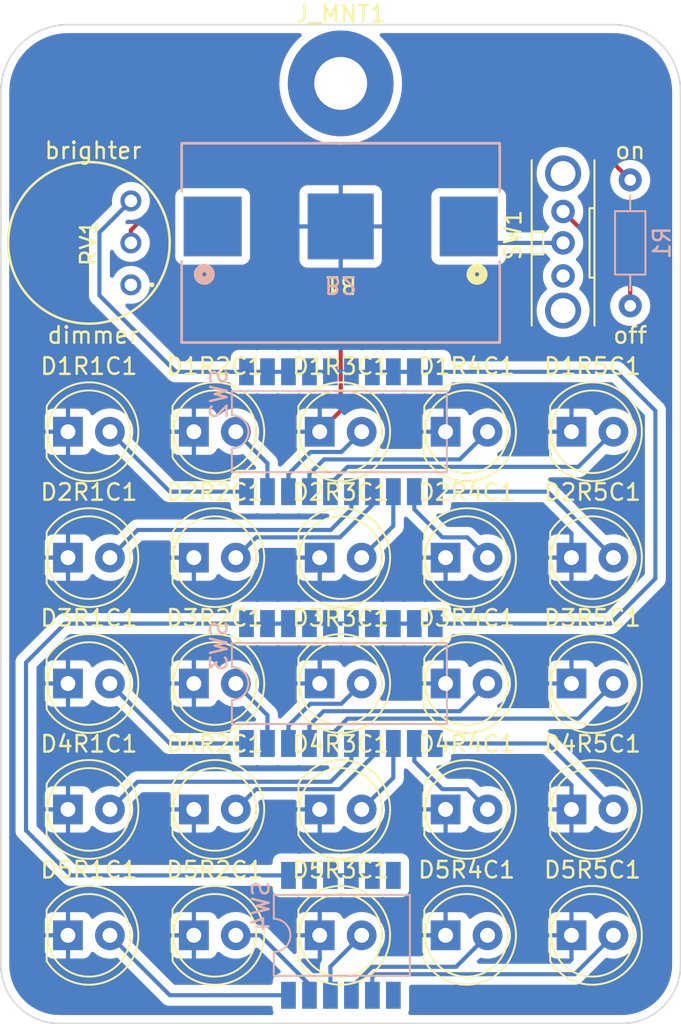
<source format=kicad_pcb>
(kicad_pcb (version 20211014) (generator pcbnew)
  (layers (0 "F.Cu" signal) (31 "B.Cu" signal) (34 "B.Paste" user) (35 "F.Paste" user) (36 "B.SilkS" user "B.Silkscreen") (37 "F.SilkS" user "F.Silkscreen") (38 "B.Mask" user) (39 "F.Mask" user) (44 "Edge.Cuts" user))
  (net 0 "")
  (net 1 "Net-(B1-Pad1)")
  (net 3 "GNDPWR")
  (net 4 "Net-(D1R1C1-Pad2)")
  (net 5 "Net-(D1R2C1-Pad2)")
  (net 6 "Net-(D1R3C1-Pad2)")
  (net 7 "Net-(D1R4C1-Pad2)")
  (net 8 "Net-(D1R5C1-Pad2)")
  (net 9 "Net-(D2R1C1-Pad2)")
  (net 10 "Net-(D2R2C1-Pad2)")
  (net 11 "Net-(D2R3C1-Pad2)")
  (net 12 "Net-(D2R4C1-Pad2)")
  (net 13 "Net-(D2R5C1-Pad2)")
  (net 14 "Net-(D3R1C1-Pad2)")
  (net 15 "Net-(D3R2C1-Pad2)")
  (net 16 "Net-(D3R3C1-Pad2)")
  (net 17 "Net-(D3R4C1-Pad2)")
  (net 18 "Net-(D3R5C1-Pad2)")
  (net 19 "Net-(D4R1C1-Pad2)")
  (net 20 "Net-(D4R2C1-Pad2)")
  (net 21 "Net-(D4R3C1-Pad2)")
  (net 22 "Net-(D4R4C1-Pad2)")
  (net 23 "Net-(D4R5C1-Pad2)")
  (net 24 "Net-(D5R1C1-Pad2)")
  (net 25 "Net-(D5R2C1-Pad2)")
  (net 26 "Net-(D5R3C1-Pad2)")
  (net 27 "Net-(D5R4C1-Pad2)")
  (net 28 "Net-(D5R5C1-Pad2)")
  (net 29 "+3V0")
  (net 30 "Net-(R1-Pad2)")
  (net 32 "Net-(RV1-Pad3)")
  (footprint "MountingHole:MountingHole_3.2mm_M3_Pad" (layer "F.Cu") (at 123.19 81.788)
    (fp_text reference "J_MNT1" (at 0 -4.2) (layer "F.SilkS"))
    (fp_text value "Conn_01x01_Female")
    (pad "1" thru_hole circle (at 0 0) (size 6.4 6.4) (drill 3.2) (layers *.Cu *.Mask))
  )
  (footprint "LED_THT:LED_D5.0mm" (layer "F.Cu") (at 121.92 118.11)
    (fp_text reference "D3R3C1" (at 1.27 -3.96) (layer "F.SilkS"))
    (fp_text value "LED")
    (fp_line (start -1.29 -1.545) (end -1.29 1.545) (layer "F.SilkS") (width 0.12))
    (fp_arc (start 4.26 -0.000462) (mid 2.072002 2.880433) (end -1.29 1.54483) (layer "F.SilkS") (width 0.12))
    (fp_arc (start -1.29 -1.54483) (mid 2.072002 -2.880433) (end 4.26 0.000462) (layer "F.SilkS") (width 0.12))
    (fp_circle (center 1.27 0) (end 3.77 0) (layer "F.SilkS") (width 0.12) (fill none))
    (pad "1" thru_hole rect (at 0 0) (size 1.8 1.8) (drill 0.9) (layers *.Cu *.Mask) (net 3 "GNDPWR"))
    (pad "2" thru_hole circle (at 2.54 0) (size 1.8 1.8) (drill 0.9) (layers *.Cu *.Mask) (net 16 "Net-(D3R3C1-Pad2)"))
  )
  (footprint "Custom_Footprints:S8201-46R_HRW" (layer "F.Cu") (at 123.19 91.44 180)
    (fp_text reference "B1" (at 0 -2.54 180 unlocked) (layer "F.SilkS"))
    (fp_text value "S8201-46R")
    (fp_line (start -9.6266 6.0325) (end 9.6266 6.0325) (layer "F.SilkS") (width 0.1524))
    (fp_line (start -9.6266 3.10667) (end -9.6266 6.0325) (layer "F.SilkS") (width 0.1524))
    (fp_line (start -9.6266 -6.0325) (end -9.6266 -1.117673) (layer "F.SilkS") (width 0.1524))
    (fp_line (start 9.6266 6.0325) (end 9.6266 3.10667) (layer "F.SilkS") (width 0.1524))
    (fp_line (start 9.6266 -1.117673) (end 9.6266 -6.0325) (layer "F.SilkS") (width 0.1524))
    (fp_line (start 9.6266 -6.0325) (end -9.6266 -6.0325) (layer "F.SilkS") (width 0.1524))
    (fp_circle (center -8.255 -1.905) (end -7.874 -1.905) (layer "F.SilkS") (width 0.508) (fill none))
    (pad "1" smd rect (at -7.75 0.994499 180) (size 3.5052 3.6068) (layers "F.Cu" "F.Paste" "F.Mask") (net 1 "Net-(B1-Pad1)"))
    (pad "2" smd rect (at 7.75 0.994499 180) (size 3.5052 3.6068) (layers "F.Cu" "F.Paste" "F.Mask"))
    (pad "3" smd rect (at 0 0.994499 180) (size 3.9878 3.9878) (layers "F.Cu" "F.Paste" "F.Mask") (net 3 "GNDPWR"))
  )
  (footprint "LED_THT:LED_D5.0mm" (layer "F.Cu") (at 114.3 133.35)
    (fp_text reference "D5R2C1" (at 1.27 -3.96) (layer "F.SilkS"))
    (fp_text value "LED")
    (fp_line (start -1.29 -1.545) (end -1.29 1.545) (layer "F.SilkS") (width 0.12))
    (fp_arc (start -1.29 -1.54483) (mid 2.072002 -2.880433) (end 4.26 0.000462) (layer "F.SilkS") (width 0.12))
    (fp_arc (start 4.26 -0.000462) (mid 2.072002 2.880433) (end -1.29 1.54483) (layer "F.SilkS") (width 0.12))
    (fp_circle (center 1.27 0) (end 3.77 0) (layer "F.SilkS") (width 0.12) (fill none))
    (pad "1" thru_hole rect (at 0 0) (size 1.8 1.8) (drill 0.9) (layers *.Cu *.Mask) (net 3 "GNDPWR"))
    (pad "2" thru_hole circle (at 2.54 0) (size 1.8 1.8) (drill 0.9) (layers *.Cu *.Mask) (net 25 "Net-(D5R2C1-Pad2)"))
  )
  (footprint "LED_THT:LED_D5.0mm" (layer "F.Cu") (at 121.92 125.73)
    (fp_text reference "D4R3C1" (at 1.27 -3.96) (layer "F.SilkS"))
    (fp_text value "LED")
    (fp_line (start -1.29 -1.545) (end -1.29 1.545) (layer "F.SilkS") (width 0.12))
    (fp_arc (start -1.29 -1.54483) (mid 2.072002 -2.880433) (end 4.26 0.000462) (layer "F.SilkS") (width 0.12))
    (fp_arc (start 4.26 -0.000462) (mid 2.072002 2.880433) (end -1.29 1.54483) (layer "F.SilkS") (width 0.12))
    (fp_circle (center 1.27 0) (end 3.77 0) (layer "F.SilkS") (width 0.12) (fill none))
    (pad "1" thru_hole rect (at 0 0) (size 1.8 1.8) (drill 0.9) (layers *.Cu *.Mask) (net 3 "GNDPWR"))
    (pad "2" thru_hole circle (at 2.54 0) (size 1.8 1.8) (drill 0.9) (layers *.Cu *.Mask) (net 21 "Net-(D4R3C1-Pad2)"))
  )
  (footprint "LED_THT:LED_D5.0mm" (layer "F.Cu") (at 106.68 118.11)
    (fp_text reference "D3R1C1" (at 1.27 -3.96) (layer "F.SilkS"))
    (fp_text value "LED")
    (fp_line (start -1.29 -1.545) (end -1.29 1.545) (layer "F.SilkS") (width 0.12))
    (fp_arc (start 4.26 -0.000462) (mid 2.072002 2.880433) (end -1.29 1.54483) (layer "F.SilkS") (width 0.12))
    (fp_arc (start -1.29 -1.54483) (mid 2.072002 -2.880433) (end 4.26 0.000462) (layer "F.SilkS") (width 0.12))
    (fp_circle (center 1.27 0) (end 3.77 0) (layer "F.SilkS") (width 0.12) (fill none))
    (pad "1" thru_hole rect (at 0 0) (size 1.8 1.8) (drill 0.9) (layers *.Cu *.Mask) (net 3 "GNDPWR"))
    (pad "2" thru_hole circle (at 2.54 0) (size 1.8 1.8) (drill 0.9) (layers *.Cu *.Mask) (net 14 "Net-(D3R1C1-Pad2)"))
  )
  (footprint "LED_THT:LED_D5.0mm" (layer "F.Cu") (at 106.68 102.87)
    (fp_text reference "D1R1C1" (at 1.27 -3.96) (layer "F.SilkS"))
    (fp_text value "LED")
    (fp_line (start -1.29 -1.545) (end -1.29 1.545) (layer "F.SilkS") (width 0.12))
    (fp_arc (start 4.26 -0.000462) (mid 2.072002 2.880433) (end -1.29 1.54483) (layer "F.SilkS") (width 0.12))
    (fp_arc (start -1.29 -1.54483) (mid 2.072002 -2.880433) (end 4.26 0.000462) (layer "F.SilkS") (width 0.12))
    (fp_circle (center 1.27 0) (end 3.77 0) (layer "F.SilkS") (width 0.12) (fill none))
    (pad "1" thru_hole rect (at 0 0) (size 1.8 1.8) (drill 0.9) (layers *.Cu *.Mask) (net 3 "GNDPWR"))
    (pad "2" thru_hole circle (at 2.54 0) (size 1.8 1.8) (drill 0.9) (layers *.Cu *.Mask) (net 4 "Net-(D1R1C1-Pad2)"))
  )
  (footprint "LED_THT:LED_D5.0mm" (layer "F.Cu") (at 114.3 125.73)
    (fp_text reference "D4R2C1" (at 1.27 -3.96) (layer "F.SilkS"))
    (fp_text value "LED")
    (fp_line (start -1.29 -1.545) (end -1.29 1.545) (layer "F.SilkS") (width 0.12))
    (fp_arc (start 4.26 -0.000462) (mid 2.072002 2.880433) (end -1.29 1.54483) (layer "F.SilkS") (width 0.12))
    (fp_arc (start -1.29 -1.54483) (mid 2.072002 -2.880433) (end 4.26 0.000462) (layer "F.SilkS") (width 0.12))
    (fp_circle (center 1.27 0) (end 3.77 0) (layer "F.SilkS") (width 0.12) (fill none))
    (pad "1" thru_hole rect (at 0 0) (size 1.8 1.8) (drill 0.9) (layers *.Cu *.Mask) (net 3 "GNDPWR"))
    (pad "2" thru_hole circle (at 2.54 0) (size 1.8 1.8) (drill 0.9) (layers *.Cu *.Mask) (net 20 "Net-(D4R2C1-Pad2)"))
  )
  (footprint "LED_THT:LED_D5.0mm" (layer "F.Cu") (at 114.3 102.87)
    (fp_text reference "D1R2C1" (at 1.27 -3.96) (layer "F.SilkS"))
    (fp_text value "LED")
    (fp_line (start -1.29 -1.545) (end -1.29 1.545) (layer "F.SilkS") (width 0.12))
    (fp_arc (start -1.29 -1.54483) (mid 2.072002 -2.880433) (end 4.26 0.000462) (layer "F.SilkS") (width 0.12))
    (fp_arc (start 4.26 -0.000462) (mid 2.072002 2.880433) (end -1.29 1.54483) (layer "F.SilkS") (width 0.12))
    (fp_circle (center 1.27 0) (end 3.77 0) (layer "F.SilkS") (width 0.12) (fill none))
    (pad "1" thru_hole rect (at 0 0) (size 1.8 1.8) (drill 0.9) (layers *.Cu *.Mask) (net 3 "GNDPWR"))
    (pad "2" thru_hole circle (at 2.54 0) (size 1.8 1.8) (drill 0.9) (layers *.Cu *.Mask) (net 5 "Net-(D1R2C1-Pad2)"))
  )
  (footprint "LED_THT:LED_D5.0mm" (layer "F.Cu") (at 137.16 102.87)
    (fp_text reference "D1R5C1" (at 1.27 -3.96) (layer "F.SilkS"))
    (fp_text value "LED")
    (fp_line (start -1.29 -1.545) (end -1.29 1.545) (layer "F.SilkS") (width 0.12))
    (fp_arc (start -1.29 -1.54483) (mid 2.072002 -2.880433) (end 4.26 0.000462) (layer "F.SilkS") (width 0.12))
    (fp_arc (start 4.26 -0.000462) (mid 2.072002 2.880433) (end -1.29 1.54483) (layer "F.SilkS") (width 0.12))
    (fp_circle (center 1.27 0) (end 3.77 0) (layer "F.SilkS") (width 0.12) (fill none))
    (pad "1" thru_hole rect (at 0 0) (size 1.8 1.8) (drill 0.9) (layers *.Cu *.Mask) (net 3 "GNDPWR"))
    (pad "2" thru_hole circle (at 2.54 0) (size 1.8 1.8) (drill 0.9) (layers *.Cu *.Mask) (net 8 "Net-(D1R5C1-Pad2)"))
  )
  (footprint "LED_THT:LED_D5.0mm" (layer "F.Cu") (at 121.92 110.49)
    (fp_text reference "D2R3C1" (at 1.27 -3.96) (layer "F.SilkS"))
    (fp_text value "LED")
    (fp_line (start -1.29 -1.545) (end -1.29 1.545) (layer "F.SilkS") (width 0.12))
    (fp_arc (start 4.26 -0.000462) (mid 2.072002 2.880433) (end -1.29 1.54483) (layer "F.SilkS") (width 0.12))
    (fp_arc (start -1.29 -1.54483) (mid 2.072002 -2.880433) (end 4.26 0.000462) (layer "F.SilkS") (width 0.12))
    (fp_circle (center 1.27 0) (end 3.77 0) (layer "F.SilkS") (width 0.12) (fill none))
    (pad "1" thru_hole rect (at 0 0) (size 1.8 1.8) (drill 0.9) (layers *.Cu *.Mask) (net 3 "GNDPWR"))
    (pad "2" thru_hole circle (at 2.54 0) (size 1.8 1.8) (drill 0.9) (layers *.Cu *.Mask) (net 11 "Net-(D2R3C1-Pad2)"))
  )
  (footprint "LED_THT:LED_D5.0mm" (layer "F.Cu") (at 114.3 118.11)
    (fp_text reference "D3R2C1" (at 1.27 -3.96) (layer "F.SilkS"))
    (fp_text value "LED")
    (fp_line (start -1.29 -1.545) (end -1.29 1.545) (layer "F.SilkS") (width 0.12))
    (fp_arc (start -1.29 -1.54483) (mid 2.072002 -2.880433) (end 4.26 0.000462) (layer "F.SilkS") (width 0.12))
    (fp_arc (start 4.26 -0.000462) (mid 2.072002 2.880433) (end -1.29 1.54483) (layer "F.SilkS") (width 0.12))
    (fp_circle (center 1.27 0) (end 3.77 0) (layer "F.SilkS") (width 0.12) (fill none))
    (pad "1" thru_hole rect (at 0 0) (size 1.8 1.8) (drill 0.9) (layers *.Cu *.Mask) (net 3 "GNDPWR"))
    (pad "2" thru_hole circle (at 2.54 0) (size 1.8 1.8) (drill 0.9) (layers *.Cu *.Mask) (net 15 "Net-(D3R2C1-Pad2)"))
  )
  (footprint "LED_THT:LED_D5.0mm" (layer "F.Cu") (at 121.92 102.87)
    (fp_text reference "D1R3C1" (at 1.27 -3.96) (layer "F.SilkS"))
    (fp_text value "LED")
    (fp_line (start -1.29 -1.545) (end -1.29 1.545) (layer "F.SilkS") (width 0.12))
    (fp_arc (start 4.26 -0.000462) (mid 2.072002 2.880433) (end -1.29 1.54483) (layer "F.SilkS") (width 0.12))
    (fp_arc (start -1.29 -1.54483) (mid 2.072002 -2.880433) (end 4.26 0.000462) (layer "F.SilkS") (width 0.12))
    (fp_circle (center 1.27 0) (end 3.77 0) (layer "F.SilkS") (width 0.12) (fill none))
    (pad "1" thru_hole rect (at 0 0) (size 1.8 1.8) (drill 0.9) (layers *.Cu *.Mask) (net 3 "GNDPWR"))
    (pad "2" thru_hole circle (at 2.54 0) (size 1.8 1.8) (drill 0.9) (layers *.Cu *.Mask) (net 6 "Net-(D1R3C1-Pad2)"))
  )
  (footprint "LED_THT:LED_D5.0mm" (layer "F.Cu") (at 129.54 110.49)
    (fp_text reference "D2R4C1" (at 1.27 -3.96) (layer "F.SilkS"))
    (fp_text value "LED")
    (fp_line (start -1.29 -1.545) (end -1.29 1.545) (layer "F.SilkS") (width 0.12))
    (fp_arc (start 4.26 -0.000462) (mid 2.072002 2.880433) (end -1.29 1.54483) (layer "F.SilkS") (width 0.12))
    (fp_arc (start -1.29 -1.54483) (mid 2.072002 -2.880433) (end 4.26 0.000462) (layer "F.SilkS") (width 0.12))
    (fp_circle (center 1.27 0) (end 3.77 0) (layer "F.SilkS") (width 0.12) (fill none))
    (pad "1" thru_hole rect (at 0 0) (size 1.8 1.8) (drill 0.9) (layers *.Cu *.Mask) (net 3 "GNDPWR"))
    (pad "2" thru_hole circle (at 2.54 0) (size 1.8 1.8) (drill 0.9) (layers *.Cu *.Mask) (net 12 "Net-(D2R4C1-Pad2)"))
  )
  (footprint "Custom_Footprints:RES3_91A_TTE" (layer "F.Cu") (at 110.49 93.98 90)
    (fp_text reference "RV1" (at 2.54 -2.54 90 unlocked) (layer "F.SilkS"))
    (fp_text value "25k")
    (fp_circle (center 2.54 -2.54) (end 7.4295 -2.54) (layer "F.SilkS") (width 0.1524) (fill none))
    (fp_circle (center 0 1.27) (end 0.0762 1.27) (layer "F.SilkS") (width 0.1524) (fill none))
    (pad "1" thru_hole circle (at 0 0 90) (size 1.27 1.27) (drill 0.762) (layers *.Cu *.Mask))
    (pad "2" thru_hole circle (at 2.54 0 90) (size 1.27 1.27) (drill 0.762) (layers *.Cu *.Mask) (net 30 "Net-(R1-Pad2)"))
    (pad "3" thru_hole circle (at 5.08 0 90) (size 1.27 1.27) (drill 0.762) (layers *.Cu *.Mask) (net 32 "Net-(RV1-Pad3)"))
  )
  (footprint "LED_THT:LED_D5.0mm" (layer "F.Cu") (at 137.16 133.35)
    (fp_text reference "D5R5C1" (at 1.27 -3.96) (layer "F.SilkS"))
    (fp_text value "LED")
    (fp_line (start -1.29 -1.545) (end -1.29 1.545) (layer "F.SilkS") (width 0.12))
    (fp_arc (start -1.29 -1.54483) (mid 2.072002 -2.880433) (end 4.26 0.000462) (layer "F.SilkS") (width 0.12))
    (fp_arc (start 4.26 -0.000462) (mid 2.072002 2.880433) (end -1.29 1.54483) (layer "F.SilkS") (width 0.12))
    (fp_circle (center 1.27 0) (end 3.77 0) (layer "F.SilkS") (width 0.12) (fill none))
    (pad "1" thru_hole rect (at 0 0) (size 1.8 1.8) (drill 0.9) (layers *.Cu *.Mask) (net 3 "GNDPWR"))
    (pad "2" thru_hole circle (at 2.54 0) (size 1.8 1.8) (drill 0.9) (layers *.Cu *.Mask) (net 28 "Net-(D5R5C1-Pad2)"))
  )
  (footprint "LED_THT:LED_D5.0mm" (layer "F.Cu") (at 137.16 125.73)
    (fp_text reference "D4R5C1" (at 1.27 -3.96) (layer "F.SilkS"))
    (fp_text value "LED")
    (fp_line (start -1.29 -1.545) (end -1.29 1.545) (layer "F.SilkS") (width 0.12))
    (fp_arc (start 4.26 -0.000462) (mid 2.072002 2.880433) (end -1.29 1.54483) (layer "F.SilkS") (width 0.12))
    (fp_arc (start -1.29 -1.54483) (mid 2.072002 -2.880433) (end 4.26 0.000462) (layer "F.SilkS") (width 0.12))
    (fp_circle (center 1.27 0) (end 3.77 0) (layer "F.SilkS") (width 0.12) (fill none))
    (pad "1" thru_hole rect (at 0 0) (size 1.8 1.8) (drill 0.9) (layers *.Cu *.Mask) (net 3 "GNDPWR"))
    (pad "2" thru_hole circle (at 2.54 0) (size 1.8 1.8) (drill 0.9) (layers *.Cu *.Mask) (net 23 "Net-(D4R5C1-Pad2)"))
  )
  (footprint "LED_THT:LED_D5.0mm" (layer "F.Cu") (at 137.16 110.49)
    (fp_text reference "D2R5C1" (at 1.27 -3.96) (layer "F.SilkS"))
    (fp_text value "LED")
    (fp_line (start -1.29 -1.545) (end -1.29 1.545) (layer "F.SilkS") (width 0.12))
    (fp_arc (start 4.26 -0.000462) (mid 2.072002 2.880433) (end -1.29 1.54483) (layer "F.SilkS") (width 0.12))
    (fp_arc (start -1.29 -1.54483) (mid 2.072002 -2.880433) (end 4.26 0.000462) (layer "F.SilkS") (width 0.12))
    (fp_circle (center 1.27 0) (end 3.77 0) (layer "F.SilkS") (width 0.12) (fill none))
    (pad "1" thru_hole rect (at 0 0) (size 1.8 1.8) (drill 0.9) (layers *.Cu *.Mask) (net 3 "GNDPWR"))
    (pad "2" thru_hole circle (at 2.54 0) (size 1.8 1.8) (drill 0.9) (layers *.Cu *.Mask) (net 13 "Net-(D2R5C1-Pad2)"))
  )
  (footprint "LED_THT:LED_D5.0mm" (layer "F.Cu") (at 106.68 110.49)
    (fp_text reference "D2R1C1" (at 1.27 -3.96) (layer "F.SilkS"))
    (fp_text value "LED")
    (fp_line (start -1.29 -1.545) (end -1.29 1.545) (layer "F.SilkS") (width 0.12))
    (fp_arc (start -1.29 -1.54483) (mid 2.072002 -2.880433) (end 4.26 0.000462) (layer "F.SilkS") (width 0.12))
    (fp_arc (start 4.26 -0.000462) (mid 2.072002 2.880433) (end -1.29 1.54483) (layer "F.SilkS") (width 0.12))
    (fp_circle (center 1.27 0) (end 3.77 0) (layer "F.SilkS") (width 0.12) (fill none))
    (pad "1" thru_hole rect (at 0 0) (size 1.8 1.8) (drill 0.9) (layers *.Cu *.Mask) (net 3 "GNDPWR"))
    (pad "2" thru_hole circle (at 2.54 0) (size 1.8 1.8) (drill 0.9) (layers *.Cu *.Mask) (net 9 "Net-(D2R1C1-Pad2)"))
  )
  (footprint "LED_THT:LED_D5.0mm" (layer "F.Cu") (at 121.92 133.35)
    (fp_text reference "D5R3C1" (at 1.27 -3.96) (layer "F.SilkS"))
    (fp_text value "LED")
    (fp_line (start -1.29 -1.545) (end -1.29 1.545) (layer "F.SilkS") (width 0.12))
    (fp_arc (start 4.26 -0.000462) (mid 2.072002 2.880433) (end -1.29 1.54483) (layer "F.SilkS") (width 0.12))
    (fp_arc (start -1.29 -1.54483) (mid 2.072002 -2.880433) (end 4.26 0.000462) (layer "F.SilkS") (width 0.12))
    (fp_circle (center 1.27 0) (end 3.77 0) (layer "F.SilkS") (width 0.12) (fill none))
    (pad "1" thru_hole rect (at 0 0) (size 1.8 1.8) (drill 0.9) (layers *.Cu *.Mask) (net 3 "GNDPWR"))
    (pad "2" thru_hole circle (at 2.54 0) (size 1.8 1.8) (drill 0.9) (layers *.Cu *.Mask) (net 26 "Net-(D5R3C1-Pad2)"))
  )
  (footprint "LED_THT:LED_D5.0mm" (layer "F.Cu") (at 129.54 118.11)
    (fp_text reference "D3R4C1" (at 1.27 -3.96) (layer "F.SilkS"))
    (fp_text value "LED")
    (fp_line (start -1.29 -1.545) (end -1.29 1.545) (layer "F.SilkS") (width 0.12))
    (fp_arc (start 4.26 -0.000462) (mid 2.072002 2.880433) (end -1.29 1.54483) (layer "F.SilkS") (width 0.12))
    (fp_arc (start -1.29 -1.54483) (mid 2.072002 -2.880433) (end 4.26 0.000462) (layer "F.SilkS") (width 0.12))
    (fp_circle (center 1.27 0) (end 3.77 0) (layer "F.SilkS") (width 0.12) (fill none))
    (pad "1" thru_hole rect (at 0 0) (size 1.8 1.8) (drill 0.9) (layers *.Cu *.Mask) (net 3 "GNDPWR"))
    (pad "2" thru_hole circle (at 2.54 0) (size 1.8 1.8) (drill 0.9) (layers *.Cu *.Mask) (net 17 "Net-(D3R4C1-Pad2)"))
  )
  (footprint "LED_THT:LED_D5.0mm" (layer "F.Cu") (at 129.54 102.87)
    (fp_text reference "D1R4C1" (at 1.27 -3.96) (layer "F.SilkS"))
    (fp_text value "LED")
    (fp_line (start -1.29 -1.545) (end -1.29 1.545) (layer "F.SilkS") (width 0.12))
    (fp_arc (start 4.26 -0.000462) (mid 2.072002 2.880433) (end -1.29 1.54483) (layer "F.SilkS") (width 0.12))
    (fp_arc (start -1.29 -1.54483) (mid 2.072002 -2.880433) (end 4.26 0.000462) (layer "F.SilkS") (width 0.12))
    (fp_circle (center 1.27 0) (end 3.77 0) (layer "F.SilkS") (width 0.12) (fill none))
    (pad "1" thru_hole rect (at 0 0) (size 1.8 1.8) (drill 0.9) (layers *.Cu *.Mask) (net 3 "GNDPWR"))
    (pad "2" thru_hole circle (at 2.54 0) (size 1.8 1.8) (drill 0.9) (layers *.Cu *.Mask) (net 7 "Net-(D1R4C1-Pad2)"))
  )
  (footprint "LED_THT:LED_D5.0mm" (layer "F.Cu") (at 106.68 125.73)
    (fp_text reference "D4R1C1" (at 1.27 -3.96) (layer "F.SilkS"))
    (fp_text value "LED")
    (fp_line (start -1.29 -1.545) (end -1.29 1.545) (layer "F.SilkS") (width 0.12))
    (fp_arc (start -1.29 -1.54483) (mid 2.072002 -2.880433) (end 4.26 0.000462) (layer "F.SilkS") (width 0.12))
    (fp_arc (start 4.26 -0.000462) (mid 2.072002 2.880433) (end -1.29 1.54483) (layer "F.SilkS") (width 0.12))
    (fp_circle (center 1.27 0) (end 3.77 0) (layer "F.SilkS") (width 0.12) (fill none))
    (pad "1" thru_hole rect (at 0 0) (size 1.8 1.8) (drill 0.9) (layers *.Cu *.Mask) (net 3 "GNDPWR"))
    (pad "2" thru_hole circle (at 2.54 0) (size 1.8 1.8) (drill 0.9) (layers *.Cu *.Mask) (net 19 "Net-(D4R1C1-Pad2)"))
  )
  (footprint "LED_THT:LED_D5.0mm" (layer "F.Cu") (at 129.54 125.73)
    (fp_text reference "D4R4C1" (at 1.27 -3.96) (layer "F.SilkS"))
    (fp_text value "LED")
    (fp_line (start -1.29 -1.545) (end -1.29 1.545) (layer "F.SilkS") (width 0.12))
    (fp_arc (start -1.29 -1.54483) (mid 2.072002 -2.880433) (end 4.26 0.000462) (layer "F.SilkS") (width 0.12))
    (fp_arc (start 4.26 -0.000462) (mid 2.072002 2.880433) (end -1.29 1.54483) (layer "F.SilkS") (width 0.12))
    (fp_circle (center 1.27 0) (end 3.77 0) (layer "F.SilkS") (width 0.12) (fill none))
    (pad "1" thru_hole rect (at 0 0) (size 1.8 1.8) (drill 0.9) (layers *.Cu *.Mask) (net 3 "GNDPWR"))
    (pad "2" thru_hole circle (at 2.54 0) (size 1.8 1.8) (drill 0.9) (layers *.Cu *.Mask) (net 22 "Net-(D4R4C1-Pad2)"))
  )
  (footprint "LED_THT:LED_D5.0mm" (layer "F.Cu") (at 137.16 118.11)
    (fp_text reference "D3R5C1" (at 1.27 -3.96) (layer "F.SilkS"))
    (fp_text value "LED")
    (fp_line (start -1.29 -1.545) (end -1.29 1.545) (layer "F.SilkS") (width 0.12))
    (fp_arc (start 4.26 -0.000462) (mid 2.072002 2.880433) (end -1.29 1.54483) (layer "F.SilkS") (width 0.12))
    (fp_arc (start -1.29 -1.54483) (mid 2.072002 -2.880433) (end 4.26 0.000462) (layer "F.SilkS") (width 0.12))
    (fp_circle (center 1.27 0) (end 3.77 0) (layer "F.SilkS") (width 0.12) (fill none))
    (pad "1" thru_hole rect (at 0 0) (size 1.8 1.8) (drill 0.9) (layers *.Cu *.Mask) (net 3 "GNDPWR"))
    (pad "2" thru_hole circle (at 2.54 0) (size 1.8 1.8) (drill 0.9) (layers *.Cu *.Mask) (net 18 "Net-(D3R5C1-Pad2)"))
  )
  (footprint "LED_THT:LED_D5.0mm" (layer "F.Cu") (at 129.54 133.35)
    (fp_text reference "D5R4C1" (at 1.27 -3.96) (layer "F.SilkS"))
    (fp_text value "LED")
    (fp_line (start -1.29 -1.545) (end -1.29 1.545) (layer "F.SilkS") (width 0.12))
    (fp_arc (start -1.29 -1.54483) (mid 2.072002 -2.880433) (end 4.26 0.000462) (layer "F.SilkS") (width 0.12))
    (fp_arc (start 4.26 -0.000462) (mid 2.072002 2.880433) (end -1.29 1.54483) (layer "F.SilkS") (width 0.12))
    (fp_circle (center 1.27 0) (end 3.77 0) (layer "F.SilkS") (width 0.12) (fill none))
    (pad "1" thru_hole rect (at 0 0) (size 1.8 1.8) (drill 0.9) (layers *.Cu *.Mask) (net 3 "GNDPWR"))
    (pad "2" thru_hole circle (at 2.54 0) (size 1.8 1.8) (drill 0.9) (layers *.Cu *.Mask) (net 27 "Net-(D5R4C1-Pad2)"))
  )
  (footprint "Custom_Footprints:OS102011MA1Q" (layer "F.Cu") (at 136.652 91.44 90)
    (fp_text reference "SW1" (at 0.475 -3.035 90) (layer "F.SilkS"))
    (fp_text value "SW_SPDT")
    (fp_line (start 2.1 1.6) (end 2.1 1.9) (layer "F.SilkS") (width 0.127))
    (fp_line (start -0.7 -1.2) (end 0.7 -1.2) (layer "F.SilkS") (width 0.127))
    (fp_line (start 0.7 -1.9) (end 5 -1.9) (layer "F.SilkS") (width 0.127))
    (fp_line (start -0.7 -1.9) (end 0.7 -1.9) (layer "F.SilkS") (width 0.127))
    (fp_line (start -2.1 1.9) (end -2.1 1.6) (layer "F.SilkS") (width 0.127))
    (fp_line (start 0.7 -1.2) (end 0.7 -1.9) (layer "F.SilkS") (width 0.127))
    (fp_line (start -0.7 -1.9) (end -0.7 -1.2) (layer "F.SilkS") (width 0.127))
    (fp_line (start 1 1.9) (end -1 1.9) (layer "F.SilkS") (width 0.127))
    (fp_line (start -2.1 1.6) (end 2.1 1.6) (layer "F.SilkS") (width 0.127))
    (fp_line (start -2.1 1.9) (end -5 1.9) (layer "F.SilkS") (width 0.127))
    (fp_line (start -1 1.9) (end -2.1 1.9) (layer "F.SilkS") (width 0.127))
    (fp_line (start -5 -1.9) (end -0.7 -1.9) (layer "F.SilkS") (width 0.127))
    (fp_line (start 5 1.9) (end 2.1 1.9) (layer "F.SilkS") (width 0.127))
    (fp_line (start 2.1 1.9) (end 1 1.9) (layer "F.SilkS") (width 0.127))
    (pad "1" thru_hole circle (at -2 0 90) (size 1.4224 1.4224) (drill 0.8) (layers *.Cu *.Mask))
    (pad "2" thru_hole circle (at 0 0 90) (size 1.4224 1.4224) (drill 0.8) (layers *.Cu *.Mask) (net 1 "Net-(B1-Pad1)"))
    (pad "3" thru_hole circle (at 1.9 0 90) (size 1.4224 1.4224) (drill 0.8) (layers *.Cu *.Mask) (net 29 "+3V0"))
    (pad "MT1" thru_hole circle (at -4.1 0 90) (size 2.1844 2.1844) (drill 1.5) (layers *.Cu *.Mask))
    (pad "MT2" thru_hole circle (at 4.2 0 90) (size 2.1844 2.1844) (drill 1.5) (layers *.Cu *.Mask))
  )
  (footprint "LED_THT:LED_D5.0mm" (layer "F.Cu") (at 106.68 133.35)
    (fp_text reference "D5R1C1" (at 1.27 -3.96) (layer "F.SilkS"))
    (fp_text value "LED")
    (fp_line (start -1.29 -1.545) (end -1.29 1.545) (layer "F.SilkS") (width 0.12))
    (fp_arc (start 4.26 -0.000462) (mid 2.072002 2.880433) (end -1.29 1.54483) (layer "F.SilkS") (width 0.12))
    (fp_arc (start -1.29 -1.54483) (mid 2.072002 -2.880433) (end 4.26 0.000462) (layer "F.SilkS") (width 0.12))
    (fp_circle (center 1.27 0) (end 3.77 0) (layer "F.SilkS") (width 0.12) (fill none))
    (pad "1" thru_hole rect (at 0 0) (size 1.8 1.8) (drill 0.9) (layers *.Cu *.Mask) (net 3 "GNDPWR"))
    (pad "2" thru_hole circle (at 2.54 0) (size 1.8 1.8) (drill 0.9) (layers *.Cu *.Mask) (net 24 "Net-(D5R1C1-Pad2)"))
  )
  (footprint "LED_THT:LED_D5.0mm" (layer "F.Cu") (at 114.3 110.49)
    (fp_text reference "D2R2C1" (at 1.27 -3.96) (layer "F.SilkS"))
    (fp_text value "LED")
    (fp_line (start -1.29 -1.545) (end -1.29 1.545) (layer "F.SilkS") (width 0.12))
    (fp_arc (start -1.29 -1.54483) (mid 2.072002 -2.880433) (end 4.26 0.000462) (layer "F.SilkS") (width 0.12))
    (fp_arc (start 4.26 -0.000462) (mid 2.072002 2.880433) (end -1.29 1.54483) (layer "F.SilkS") (width 0.12))
    (fp_circle (center 1.27 0) (end 3.77 0) (layer "F.SilkS") (width 0.12) (fill none))
    (pad "1" thru_hole rect (at 0 0) (size 1.8 1.8) (drill 0.9) (layers *.Cu *.Mask) (net 3 "GNDPWR"))
    (pad "2" thru_hole circle (at 2.54 0) (size 1.8 1.8) (drill 0.9) (layers *.Cu *.Mask) (net 10 "Net-(D2R2C1-Pad2)"))
  )
  (footprint "Custom_Footprints:S8201-46R_HRW" (layer "B.Cu") (at 123.19 91.44)
    (fp_text reference "B2" (at 0 2.54 180 unlocked) (layer "B.SilkS") (effects (justify mirror)))
    (fp_text value "S8201-46R")
    (fp_line (start -9.6266 6.0325) (end -9.6266 1.117673) (layer "B.SilkS") (width 0.1524))
    (fp_line (start -9.6266 -6.0325) (end 9.6266 -6.0325) (layer "B.SilkS") (width 0.1524))
    (fp_line (start -9.6266 -3.10667) (end -9.6266 -6.0325) (layer "B.SilkS") (width 0.1524))
    (fp_line (start 9.6266 1.117673) (end 9.6266 6.0325) (layer "B.SilkS") (width 0.1524))
    (fp_line (start 9.6266 6.0325) (end -9.6266 6.0325) (layer "B.SilkS") (width 0.1524))
    (fp_line (start 9.6266 -6.0325) (end 9.6266 -3.10667) (layer "B.SilkS") (width 0.1524))
    (fp_circle (center -8.255 1.905) (end -7.874 1.905) (layer "B.SilkS") (width 0.508) (fill none))
    (pad "1" smd rect (at -7.75 -0.994499) (size 3.5052 3.6068) (layers "B.Cu" "B.Paste" "B.Mask"))
    (pad "2" smd rect (at 7.75 -0.994499) (size 3.5052 3.6068) (layers "B.Cu" "B.Paste" "B.Mask") (net 1 "Net-(B1-Pad1)"))
    (pad "3" smd rect (at 0 -0.994499) (size 3.9878 3.9878) (layers "B.Cu" "B.Paste" "B.Mask") (net 3 "GNDPWR"))
  )
  (footprint "Custom_Footprints:SMDIP-20_halfpitch_W7.62mm" (layer "B.Cu") (at 123.19 118.11 -90)
    (fp_text reference "SW3" (at -2.286 7.366 90) (layer "B.SilkS") (effects (justify mirror)))
    (fp_text value "SW_DIP_x10")
    (fp_line (start -2.45 6.588) (end -2.45 -6.426) (layer "B.SilkS") (width 0.12))
    (fp_line (start -2.45 -6.426) (end 2.45 -6.426) (layer "B.SilkS") (width 0.12))
    (fp_line (start 2.45 -6.426) (end 2.45 6.588) (layer "B.SilkS") (width 0.12))
    (fp_line (start 2.45 6.588) (end 1 6.588) (layer "B.SilkS") (width 0.12))
    (fp_line (start -1 6.588) (end -2.45 6.588) (layer "B.SilkS") (width 0.12))
    (fp_arc (start -1 6.588) (mid 0 5.588) (end 1 6.588) (layer "B.SilkS") (width 0.12))
    (pad "1" smd rect (at -3.6275 5.703 270) (size 1.635 0.89) (layers "B.Cu" "B.Paste" "B.Mask") (net 32 "Net-(RV1-Pad3)"))
    (pad "2" smd rect (at -3.6275 4.433 270) (size 1.635 0.89) (layers "B.Cu" "B.Paste" "B.Mask") (net 32 "Net-(RV1-Pad3)"))
    (pad "3" smd rect (at -3.6275 3.163 270) (size 1.635 0.89) (layers "B.Cu" "B.Paste" "B.Mask") (net 32 "Net-(RV1-Pad3)"))
    (pad "4" smd rect (at -3.6275 1.893 270) (size 1.635 0.89) (layers "B.Cu" "B.Paste" "B.Mask") (net 32 "Net-(RV1-Pad3)"))
    (pad "5" smd rect (at -3.6275 0.623 270) (size 1.635 0.89) (layers "B.Cu" "B.Paste" "B.Mask") (net 32 "Net-(RV1-Pad3)"))
    (pad "6" smd rect (at -3.6275 -0.647 270) (size 1.635 0.89) (layers "B.Cu" "B.Paste" "B.Mask") (net 32 "Net-(RV1-Pad3)"))
    (pad "7" smd rect (at -3.6275 -1.917 270) (size 1.635 0.89) (layers "B.Cu" "B.Paste" "B.Mask") (net 32 "Net-(RV1-Pad3)"))
    (pad "8" smd rect (at -3.6275 -3.187 270) (size 1.635 0.89) (layers "B.Cu" "B.Paste" "B.Mask") (net 32 "Net-(RV1-Pad3)"))
    (pad "9" smd rect (at -3.6275 -4.457 270) (size 1.635 0.89) (layers "B.Cu" "B.Paste" "B.Mask") (net 32 "Net-(RV1-Pad3)"))
    (pad "10" smd rect (at -3.6275 -5.727 270) (size 1.635 0.89) (layers "B.Cu" "B.Paste" "B.Mask") (net 32 "Net-(RV1-Pad3)"))
    (pad "11" smd rect (at 3.6275 -5.727 270) (size 1.635 0.89) (layers "B.Cu" "B.Paste" "B.Mask") (net 23 "Net-(D4R5C1-Pad2)"))
    (pad "12" smd rect (at 3.6275 -4.457 270) (size 1.635 0.89) (layers "B.Cu" "B.Paste" "B.Mask") (net 22 "Net-(D4R4C1-Pad2)"))
    (pad "13" smd rect (at 3.6275 -3.187 270) (size 1.635 0.89) (layers "B.Cu" "B.Paste" "B.Mask") (net 21 "Net-(D4R3C1-Pad2)"))
    (pad "14" smd rect (at 3.6275 -1.917 270) (size 1.635 0.89) (layers "B.Cu" "B.Paste" "B.Mask") (net 20 "Net-(D4R2C1-Pad2)"))
    (pad "15" smd rect (at 3.6275 -0.647 270) (size 1.635 0.89) (layers "B.Cu" "B.Paste" "B.Mask") (net 19 "Net-(D4R1C1-Pad2)"))
    (pad "16" smd rect (at 3.6275 0.623 270) (size 1.635 0.89) (layers "B.Cu" "B.Paste" "B.Mask") (net 18 "Net-(D3R5C1-Pad2)"))
    (pad "17" smd rect (at 3.6275 1.893 270) (size 1.635 0.89) (layers "B.Cu" "B.Paste" "B.Mask") (net 17 "Net-(D3R4C1-Pad2)"))
    (pad "18" smd rect (at 3.6275 3.163 270) (size 1.635 0.89) (layers "B.Cu" "B.Paste" "B.Mask") (net 16 "Net-(D3R3C1-Pad2)"))
    (pad "19" smd rect (at 3.6275 4.433 270) (size 1.635 0.89) (layers "B.Cu" "B.Paste" "B.Mask") (net 15 "Net-(D3R2C1-Pad2)"))
    (pad "20" smd rect (at 3.6275 5.703 270) (size 1.635 0.89) (layers "B.Cu" "B.Paste" "B.Mask") (net 14 "Net-(D3R1C1-Pad2)"))
  )
  (footprint "Resistor_THT:R_Axial_DIN0204_L3.6mm_D1.6mm_P7.62mm_Horizontal" (layer "B.Cu") (at 140.716 95.25 90)
    (fp_text reference "R1" (at 3.81 1.92 90) (layer "B.SilkS") (effects (justify mirror)))
    (fp_text value "1k")
    (fp_line (start 0.94 0) (end 1.89 0) (layer "B.SilkS") (width 0.12))
    (fp_line (start 5.73 -0.92) (end 5.73 0.92) (layer "B.SilkS") (width 0.12))
    (fp_line (start 6.68 0) (end 5.73 0) (layer "B.SilkS") (width 0.12))
    (fp_line (start 1.89 -0.92) (end 5.73 -0.92) (layer "B.SilkS") (width 0.12))
    (fp_line (start 5.73 0.92) (end 1.89 0.92) (layer "B.SilkS") (width 0.12))
    (fp_line (start 1.89 0.92) (end 1.89 -0.92) (layer "B.SilkS") (width 0.12))
    (pad "1" thru_hole circle (at 0 0 90) (size 1.4 1.4) (drill 0.7) (layers *.Cu *.Mask) (net 29 "+3V0"))
    (pad "2" thru_hole oval (at 7.62 0 90) (size 1.4 1.4) (drill 0.7) (layers *.Cu *.Mask) (net 30 "Net-(R1-Pad2)"))
  )
  (footprint "Custom_Footprints:SMDIP-12_halfpitch_W7.62mm" (layer "B.Cu") (at 123.19 133.35 -90)
    (fp_text reference "SW4" (at -1.778 4.826 90) (layer "B.SilkS") (effects (justify mirror)))
    (fp_text value "SW_DIP_x06")
    (fp_line (start -2.45 4.048) (end -2.45 -4.191) (layer "B.SilkS") (width 0.12))
    (fp_line (start 2.45 -4.191) (end 2.45 4.048) (layer "B.SilkS") (width 0.12))
    (fp_line (start 2.45 4.048) (end 1 4.048) (layer "B.SilkS") (width 0.12))
    (fp_line (start -1 4.048) (end -2.45 4.048) (layer "B.SilkS") (width 0.12))
    (fp_line (start -2.45 -4.191) (end 2.45 -4.191) (layer "B.SilkS") (width 0.12))
    (fp_arc (start -1 4.048) (mid 0 3.048) (end 1 4.048) (layer "B.SilkS") (width 0.12))
    (pad "1" smd rect (at -3.6275 3.163 270) (size 1.635 0.89) (layers "B.Cu" "B.Paste" "B.Mask") (net 32 "Net-(RV1-Pad3)"))
    (pad "2" smd rect (at -3.6275 1.893 270) (size 1.635 0.89) (layers "B.Cu" "B.Paste" "B.Mask") (net 32 "Net-(RV1-Pad3)"))
    (pad "3" smd rect (at -3.6275 0.623 270) (size 1.635 0.89) (layers "B.Cu" "B.Paste" "B.Mask") (net 32 "Net-(RV1-Pad3)"))
    (pad "4" smd rect (at -3.6275 -0.647 270) (size 1.635 0.89) (layers "B.Cu" "B.Paste" "B.Mask") (net 32 "Net-(RV1-Pad3)"))
    (pad "5" smd rect (at -3.6275 -1.917 270) (size 1.635 0.89) (layers "B.Cu" "B.Paste" "B.Mask") (net 32 "Net-(RV1-Pad3)"))
    (pad "6" smd rect (at -3.6275 -3.187 270) (size 1.635 0.89) (layers "B.Cu" "B.Paste" "B.Mask"))
    (pad "7" smd rect (at 3.6275 -3.187 270) (size 1.635 0.89) (layers "B.Cu" "B.Paste" "B.Mask"))
    (pad "8" smd rect (at 3.6275 -1.917 270) (size 1.635 0.89) (layers "B.Cu" "B.Paste" "B.Mask") (net 28 "Net-(D5R5C1-Pad2)"))
    (pad "9" smd rect (at 3.6275 -0.647 270) (size 1.635 0.89) (layers "B.Cu" "B.Paste" "B.Mask") (net 27 "Net-(D5R4C1-Pad2)"))
    (pad "10" smd rect (at 3.6275 0.623 270) (size 1.635 0.89) (layers "B.Cu" "B.Paste" "B.Mask") (net 26 "Net-(D5R3C1-Pad2)"))
    (pad "11" smd rect (at 3.6275 1.893 270) (size 1.635 0.89) (layers "B.Cu" "B.Paste" "B.Mask") (net 25 "Net-(D5R2C1-Pad2)"))
    (pad "12" smd rect (at 3.6275 3.163 270) (size 1.635 0.89) (layers "B.Cu" "B.Paste" "B.Mask") (net 24 "Net-(D5R1C1-Pad2)"))
  )
  (footprint "Custom_Footprints:SMDIP-20_halfpitch_W7.62mm" (layer "B.Cu") (at 123.19 102.87 -90)
    (fp_text reference "SW2" (at -2.286 7.366 90) (layer "B.SilkS") (effects (justify mirror)))
    (fp_text value "SW_DIP_x10")
    (fp_line (start -1 6.588) (end -2.45 6.588) (layer "B.SilkS") (width 0.12))
    (fp_line (start 2.45 6.588) (end 1 6.588) (layer "B.SilkS") (width 0.12))
    (fp_line (start 2.45 -6.426) (end 2.45 6.588) (layer "B.SilkS") (width 0.12))
    (fp_line (start -2.45 6.588) (end -2.45 -6.426) (layer "B.SilkS") (width 0.12))
    (fp_line (start -2.45 -6.426) (end 2.45 -6.426) (layer "B.SilkS") (width 0.12))
    (fp_arc (start -1 6.588) (mid 0 5.588) (end 1 6.588) (layer "B.SilkS") (width 0.12))
    (pad "1" smd rect (at -3.6275 5.703 270) (size 1.635 0.89) (layers "B.Cu" "B.Paste" "B.Mask") (net 32 "Net-(RV1-Pad3)"))
    (pad "2" smd rect (at -3.6275 4.433 270) (size 1.635 0.89) (layers "B.Cu" "B.Paste" "B.Mask") (net 32 "Net-(RV1-Pad3)"))
    (pad "3" smd rect (at -3.6275 3.163 270) (size 1.635 0.89) (layers "B.Cu" "B.Paste" "B.Mask") (net 32 "Net-(RV1-Pad3)"))
    (pad "4" smd rect (at -3.6275 1.893 270) (size 1.635 0.89) (layers "B.Cu" "B.Paste" "B.Mask") (net 32 "Net-(RV1-Pad3)"))
    (pad "5" smd rect (at -3.6275 0.623 270) (size 1.635 0.89) (layers "B.Cu" "B.Paste" "B.Mask") (net 32 "Net-(RV1-Pad3)"))
    (pad "6" smd rect (at -3.6275 -0.647 270) (size 1.635 0.89) (layers "B.Cu" "B.Paste" "B.Mask") (net 32 "Net-(RV1-Pad3)"))
    (pad "7" smd rect (at -3.6275 -1.917 270) (size 1.635 0.89) (layers "B.Cu" "B.Paste" "B.Mask") (net 32 "Net-(RV1-Pad3)"))
    (pad "8" smd rect (at -3.6275 -3.187 270) (size 1.635 0.89) (layers "B.Cu" "B.Paste" "B.Mask") (net 32 "Net-(RV1-Pad3)"))
    (pad "9" smd rect (at -3.6275 -4.457 270) (size 1.635 0.89) (layers "B.Cu" "B.Paste" "B.Mask") (net 32 "Net-(RV1-Pad3)"))
    (pad "10" smd rect (at -3.6275 -5.727 270) (size 1.635 0.89) (layers "B.Cu" "B.Paste" "B.Mask") (net 32 "Net-(RV1-Pad3)"))
    (pad "11" smd rect (at 3.6275 -5.727 270) (size 1.635 0.89) (layers "B.Cu" "B.Paste" "B.Mask") (net 13 "Net-(D2R5C1-Pad2)"))
    (pad "12" smd rect (at 3.6275 -4.457 270) (size 1.635 0.89) (layers "B.Cu" "B.Paste" "B.Mask") (net 12 "Net-(D2R4C1-Pad2)"))
    (pad "13" smd rect (at 3.6275 -3.187 270) (size 1.635 0.89) (layers "B.Cu" "B.Paste" "B.Mask") (net 11 "Net-(D2R3C1-Pad2)"))
    (pad "14" smd rect (at 3.6275 -1.917 270) (size 1.635 0.89) (layers "B.Cu" "B.Paste" "B.Mask") (net 10 "Net-(D2R2C1-Pad2)"))
    (pad "15" smd rect (at 3.6275 -0.647 270) (size 1.635 0.89) (layers "B.Cu" "B.Paste" "B.Mask") (net 9 "Net-(D2R1C1-Pad2)"))
    (pad "16" smd rect (at 3.6275 0.623 270) (size 1.635 0.89) (layers "B.Cu" "B.Paste" "B.Mask") (net 8 "Net-(D1R5C1-Pad2)"))
    (pad "17" smd rect (at 3.6275 1.893 270) (size 1.635 0.89) (layers "B.Cu" "B.Paste" "B.Mask") (net 7 "Net-(D1R4C1-Pad2)"))
    (pad "18" smd rect (at 3.6275 3.163 270) (size 1.635 0.89) (layers "B.Cu" "B.Paste" "B.Mask") (net 6 "Net-(D1R3C1-Pad2)"))
    (pad "19" smd rect (at 3.6275 4.433 270) (size 1.635 0.89) (layers "B.Cu" "B.Paste" "B.Mask") (net 5 "Net-(D1R2C1-Pad2)"))
    (pad "20" smd rect (at 3.6275 5.703 270) (size 1.635 0.89) (layers "B.Cu" "B.Paste" "B.Mask") (net 4 "Net-(D1R1C1-Pad2)"))
  )
  (gr_arc (start 139.7 78.232) (mid 142.573682 79.422318) (end 143.764 82.296) (layer "Edge.Cuts") (width 0.1))
  (gr_arc (start 143.764 135.128) (mid 142.722472 137.642472) (end 140.208 138.684) (layer "Edge.Cuts") (width 0.1))
  (gr_arc (start 106.172 138.684) (mid 103.657528 137.642472) (end 102.616 135.128) (layer "Edge.Cuts") (width 0.1))
  (gr_line (start 102.616 82.296) (end 102.616 135.128) (layer "Edge.Cuts") (width 0.1))
  (gr_arc (start 102.616 82.296) (mid 103.806318 79.422318) (end 106.68 78.232) (layer "Edge.Cuts") (width 0.1))
  (gr_line (start 106.172 138.684) (end 140.208 138.684) (layer "Edge.Cuts") (width 0.1))
  (gr_line (start 143.764 82.296) (end 143.764 135.128) (layer "Edge.Cuts") (width 0.1))
  (gr_line (start 106.68 78.232) (end 139.7 78.232) (layer "Edge.Cuts") (width 0.1))
  (gr_text "on" (at 140.716 85.852) (layer "F.SilkS") (effects (font (size 1 1))))
  (gr_text "off" (at 140.716 97.028) (layer "F.SilkS") (effects (font (size 1 1))))
  (gr_text "brighter" (at 108.204 85.852) (layer "F.SilkS") (effects (font (size 1 1))))
  (gr_text "dimmer" (at 108.204 97.028) (layer "F.SilkS") (effects (font (size 1 1))))
  (segment (start 131.934499 91.44) (end 130.94 90.445501) (width 0.25) (layer "F.Cu") (net 1))
  (segment (start 136.652 91.44) (end 131.934499 91.44) (width 0.25) (layer "F.Cu") (net 1))
  (segment (start 131.934499 91.44) (end 130.94 90.445501) (width 0.25) (layer "B.Cu") (net 1))
  (segment (start 136.652 91.44) (end 131.934499 91.44) (width 0.25) (layer "B.Cu") (net 1))
  (segment (start 123.19 101.6) (end 121.92 102.87) (width 0.25) (layer "F.Cu") (net 3))
  (segment (start 123.19 90.445501) (end 123.19 101.6) (width 0.25) (layer "F.Cu") (net 3))
  (segment (start 112.8475 106.4975) (end 109.22 102.87) (width 0.25) (layer "B.Cu") (net 4))
  (segment (start 117.487 106.4975) (end 112.8475 106.4975) (width 0.25) (layer "B.Cu") (net 4))
  (segment (start 118.757 104.787) (end 116.84 102.87) (width 0.25) (layer "B.Cu") (net 5))
  (segment (start 118.757 106.4975) (end 118.757 104.787) (width 0.25) (layer "B.Cu") (net 5))
  (segment (start 120.027 105.43) (end 121.362 104.095) (width 0.25) (layer "B.Cu") (net 6))
  (segment (start 123.235 104.095) (end 124.46 102.87) (width 0.25) (layer "B.Cu") (net 6))
  (segment (start 120.027 106.4975) (end 120.027 105.43) (width 0.25) (layer "B.Cu") (net 6))
  (segment (start 121.362 104.095) (end 123.235 104.095) (width 0.25) (layer "B.Cu") (net 6))
  (segment (start 121.297 105.43) (end 122.182 104.545) (width 0.25) (layer "B.Cu") (net 7))
  (segment (start 121.297 106.4975) (end 121.297 105.43) (width 0.25) (layer "B.Cu") (net 7))
  (segment (start 130.405 104.545) (end 132.08 102.87) (width 0.25) (layer "B.Cu") (net 7))
  (segment (start 122.182 104.545) (end 130.405 104.545) (width 0.25) (layer "B.Cu") (net 7))
  (segment (start 123.605 104.995) (end 137.575 104.995) (width 0.25) (layer "B.Cu") (net 8))
  (segment (start 137.575 104.995) (end 139.7 102.87) (width 0.25) (layer "B.Cu") (net 8))
  (segment (start 122.567 106.4975) (end 122.567 106.033) (width 0.25) (layer "B.Cu") (net 8))
  (segment (start 122.567 106.033) (end 123.605 104.995) (width 0.25) (layer "B.Cu") (net 8))
  (segment (start 122.587 108.815) (end 110.895 108.815) (width 0.25) (layer "B.Cu") (net 9))
  (segment (start 110.895 108.815) (end 109.22 110.49) (width 0.25) (layer "B.Cu") (net 9))
  (segment (start 123.837 107.565) (end 122.587 108.815) (width 0.25) (layer "B.Cu") (net 9))
  (segment (start 123.837 106.4975) (end 123.837 107.565) (width 0.25) (layer "B.Cu") (net 9))
  (segment (start 123.145 109.265) (end 118.065 109.265) (width 0.25) (layer "B.Cu") (net 10))
  (segment (start 125.107 107.303) (end 123.145 109.265) (width 0.25) (layer "B.Cu") (net 10))
  (segment (start 125.107 106.4975) (end 125.107 107.303) (width 0.25) (layer "B.Cu") (net 10))
  (segment (start 118.065 109.265) (end 116.84 110.49) (width 0.25) (layer "B.Cu") (net 10))
  (segment (start 126.377 106.4975) (end 126.377 108.573) (width 0.25) (layer "B.Cu") (net 11))
  (segment (start 126.377 108.573) (end 124.46 110.49) (width 0.25) (layer "B.Cu") (net 11))
  (segment (start 129.347 109.265) (end 130.855 109.265) (width 0.25) (layer "B.Cu") (net 12))
  (segment (start 130.855 109.265) (end 132.08 110.49) (width 0.25) (layer "B.Cu") (net 12))
  (segment (start 127.647 106.4975) (end 127.647 107.565) (width 0.25) (layer "B.Cu") (net 12))
  (segment (start 127.647 107.565) (end 129.347 109.265) (width 0.25) (layer "B.Cu") (net 12))
  (segment (start 135.7075 106.4975) (end 139.7 110.49) (width 0.25) (layer "B.Cu") (net 13))
  (segment (start 128.917 106.4975) (end 135.7075 106.4975) (width 0.25) (layer "B.Cu") (net 13))
  (segment (start 117.487 121.7375) (end 112.8475 121.7375) (width 0.25) (layer "B.Cu") (net 14))
  (segment (start 112.8475 121.7375) (end 109.22 118.11) (width 0.25) (layer "B.Cu") (net 14))
  (segment (start 118.757 120.027) (end 116.84 118.11) (width 0.25) (layer "B.Cu") (net 15))
  (segment (start 118.757 121.7375) (end 118.757 120.027) (width 0.25) (layer "B.Cu") (net 15))
  (segment (start 123.235 119.335) (end 124.46 118.11) (width 0.25) (layer "B.Cu") (net 16))
  (segment (start 121.362 119.335) (end 123.235 119.335) (width 0.25) (layer "B.Cu") (net 16))
  (segment (start 120.027 121.7375) (end 120.027 120.67) (width 0.25) (layer "B.Cu") (net 16))
  (segment (start 120.027 120.67) (end 121.362 119.335) (width 0.25) (layer "B.Cu") (net 16))
  (segment (start 121.297 120.638) (end 122.15 119.785) (width 0.25) (layer "B.Cu") (net 17))
  (segment (start 122.15 119.785) (end 130.405 119.785) (width 0.25) (layer "B.Cu") (net 17))
  (segment (start 121.297 121.7375) (end 121.297 120.638) (width 0.25) (layer "B.Cu") (net 17))
  (segment (start 130.405 119.785) (end 132.08 118.11) (width 0.25) (layer "B.Cu") (net 17))
  (segment (start 137.575 120.235) (end 139.7 118.11) (width 0.25) (layer "B.Cu") (net 18))
  (segment (start 122.567 121.273) (end 123.605 120.235) (width 0.25) (layer "B.Cu") (net 18))
  (segment (start 122.567 121.7375) (end 122.567 121.273) (width 0.25) (layer "B.Cu") (net 18))
  (segment (start 123.605 120.235) (end 137.575 120.235) (width 0.25) (layer "B.Cu") (net 18))
  (segment (start 123.837 121.7375) (end 123.837 122.805) (width 0.25) (layer "B.Cu") (net 19))
  (segment (start 122.587 124.055) (end 110.895 124.055) (width 0.25) (layer "B.Cu") (net 19))
  (segment (start 110.895 124.055) (end 109.22 125.73) (width 0.25) (layer "B.Cu") (net 19))
  (segment (start 123.837 122.805) (end 122.587 124.055) (width 0.25) (layer "B.Cu") (net 19))
  (segment (start 125.107 121.7375) (end 125.107 122.543) (width 0.25) (layer "B.Cu") (net 20))
  (segment (start 123.145 124.505) (end 118.065 124.505) (width 0.25) (layer "B.Cu") (net 20))
  (segment (start 118.065 124.505) (end 116.84 125.73) (width 0.25) (layer "B.Cu") (net 20))
  (segment (start 125.107 122.543) (end 123.145 124.505) (width 0.25) (layer "B.Cu") (net 20))
  (segment (start 126.377 123.813) (end 124.46 125.73) (width 0.25) (layer "B.Cu") (net 21))
  (segment (start 126.377 121.7375) (end 126.377 123.813) (width 0.25) (layer "B.Cu") (net 21))
  (segment (start 130.855 124.505) (end 132.08 125.73) (width 0.25) (layer "B.Cu") (net 22))
  (segment (start 129.347 124.505) (end 130.855 124.505) (width 0.25) (layer "B.Cu") (net 22))
  (segment (start 127.647 122.805) (end 129.347 124.505) (width 0.25) (layer "B.Cu") (net 22))
  (segment (start 127.647 121.7375) (end 127.647 122.805) (width 0.25) (layer "B.Cu") (net 22))
  (segment (start 135.7075 121.7375) (end 139.7 125.73) (width 0.25) (layer "B.Cu") (net 23))
  (segment (start 128.917 121.7375) (end 135.7075 121.7375) (width 0.25) (layer "B.Cu") (net 23))
  (segment (start 120.027 136.9775) (end 112.8475 136.9775) (width 0.25) (layer "B.Cu") (net 24))
  (segment (start 112.8475 136.9775) (end 109.22 133.35) (width 0.25) (layer "B.Cu") (net 24))
  (segment (start 118.312 133.35) (end 116.84 133.35) (width 0.25) (layer "B.Cu") (net 25))
  (segment (start 121.297 136.9775) (end 121.297 136.335) (width 0.25) (layer "B.Cu") (net 25))
  (segment (start 121.297 136.335) (end 118.312 133.35) (width 0.25) (layer "B.Cu") (net 25))
  (segment (start 122.567 135.243) (end 124.46 133.35) (width 0.25) (layer "B.Cu") (net 26))
  (segment (start 122.567 136.9775) (end 122.567 135.243) (width 0.25) (layer "B.Cu") (net 26))
  (segment (start 123.837 136.9775) (end 123.837 136.513) (width 0.25) (layer "B.Cu") (net 27))
  (segment (start 125.095 135.255) (end 130.175 135.255) (width 0.25) (layer "B.Cu") (net 27))
  (segment (start 130.175 135.255) (end 132.08 133.35) (width 0.25) (layer "B.Cu") (net 27))
  (segment (start 123.837 136.513) (end 125.095 135.255) (width 0.25) (layer "B.Cu") (net 27))
  (segment (start 125.107 136.9775) (end 125.107 135.879396) (width 0.25) (layer "B.Cu") (net 28))
  (segment (start 125.107 135.879396) (end 125.281396 135.705) (width 0.25) (layer "B.Cu") (net 28))
  (segment (start 137.345 135.705) (end 139.7 133.35) (width 0.25) (layer "B.Cu") (net 28))
  (segment (start 125.281396 135.705) (end 137.345 135.705) (width 0.25) (layer "B.Cu") (net 28))
  (segment (start 140.716 93.604) (end 140.716 95.25) (width 0.25) (layer "F.Cu") (net 29))
  (segment (start 136.652 89.54) (end 140.716 93.604) (width 0.25) (layer "F.Cu") (net 29))
  (segment (start 110.49 90.678) (end 114.3 86.868) (width 0.25) (layer "F.Cu") (net 30))
  (segment (start 114.3 86.868) (end 133.096 86.868) (width 0.25) (layer "F.Cu") (net 30))
  (segment (start 110.49 91.44) (end 110.49 90.678) (width 0.25) (layer "F.Cu") (net 30))
  (segment (start 134.62 85.344) (end 138.43 85.344) (width 0.25) (layer "F.Cu") (net 30))
  (segment (start 133.096 86.868) (end 134.62 85.344) (width 0.25) (layer "F.Cu") (net 30))
  (segment (start 138.43 85.344) (end 140.716 87.63) (width 0.25) (layer "F.Cu") (net 30))
  (segment (start 118.757 114.4825) (end 120.027 114.4825) (width 0.25) (layer "B.Cu") (net 32))
  (segment (start 110.49 88.9) (end 108.585 90.805) (width 0.25) (layer "B.Cu") (net 32))
  (segment (start 123.837 129.7225) (end 125.107 129.7225) (width 0.25) (layer "B.Cu") (net 32))
  (segment (start 127.647 114.4825) (end 128.917 114.4825) (width 0.25) (layer "B.Cu") (net 32))
  (segment (start 139.2475 114.4825) (end 128.917 114.4825) (width 0.25) (layer "B.Cu") (net 32))
  (segment (start 108.585 94.615) (end 113.2125 99.2425) (width 0.25) (layer "B.Cu") (net 32))
  (segment (start 126.377 99.2425) (end 127.647 99.2425) (width 0.25) (layer "B.Cu") (net 32))
  (segment (start 139.5175 114.4825) (end 139.2475 114.4825) (width 0.25) (layer "B.Cu") (net 32))
  (segment (start 125.107 114.4825) (end 126.377 114.4825) (width 0.25) (layer "B.Cu") (net 32))
  (segment (start 117.487 114.4825) (end 118.757 114.4825) (width 0.25) (layer "B.Cu") (net 32))
  (segment (start 106.8625 129.7225) (end 120.027 129.7225) (width 0.25) (layer "B.Cu") (net 32))
  (segment (start 121.297 99.2425) (end 122.567 99.2425) (width 0.25) (layer "B.Cu") (net 32))
  (segment (start 139.8825 99.2425) (end 142.24 101.6) (width 0.25) (layer "B.Cu") (net 32))
  (segment (start 120.027 99.2425) (end 121.297 99.2425) (width 0.25) (layer "B.Cu") (net 32))
  (segment (start 142.24 111.76) (end 139.5175 114.4825) (width 0.25) (layer "B.Cu") (net 32))
  (segment (start 118.757 99.2425) (end 120.027 99.2425) (width 0.25) (layer "B.Cu") (net 32))
  (segment (start 117.487 114.4825) (end 106.4975 114.4825) (width 0.25) (layer "B.Cu") (net 32))
  (segment (start 125.107 99.2425) (end 126.377 99.2425) (width 0.25) (layer "B.Cu") (net 32))
  (segment (start 113.2125 99.2425) (end 117.487 99.2425) (width 0.25) (layer "B.Cu") (net 32))
  (segment (start 142.24 101.6) (end 142.24 111.76) (width 0.25) (layer "B.Cu") (net 32))
  (segment (start 108.585 90.805) (end 108.585 94.615) (width 0.25) (layer "B.Cu") (net 32))
  (segment (start 121.297 129.7225) (end 122.567 129.7225) (width 0.25) (layer "B.Cu") (net 32))
  (segment (start 121.297 114.4825) (end 122.567 114.4825) (width 0.25) (layer "B.Cu") (net 32))
  (segment (start 106.4975 114.4825) (end 104.14 116.84) (width 0.25) (layer "B.Cu") (net 32))
  (segment (start 123.837 114.4825) (end 125.107 114.4825) (width 0.25) (layer "B.Cu") (net 32))
  (segment (start 123.837 99.2425) (end 125.107 99.2425) (width 0.25) (layer "B.Cu") (net 32))
  (segment (start 128.917 99.2425) (end 139.8825 99.2425) (width 0.25) (layer "B.Cu") (net 32))
  (segment (start 120.027 114.4825) (end 121.297 114.4825) (width 0.25) (layer "B.Cu") (net 32))
  (segment (start 117.487 99.2425) (end 118.757 99.2425) (width 0.25) (layer "B.Cu") (net 32))
  (segment (start 126.377 114.4825) (end 127.647 114.4825) (width 0.25) (layer "B.Cu") (net 32))
  (segment (start 127.647 99.2425) (end 128.917 99.2425) (width 0.25) (layer "B.Cu") (net 32))
  (segment (start 120.027 129.7225) (end 121.297 129.7225) (width 0.25) (layer "B.Cu") (net 32))
  (segment (start 122.567 129.7225) (end 123.837 129.7225) (width 0.25) (layer "B.Cu") (net 32))
  (segment (start 104.14 127) (end 106.8625 129.7225) (width 0.25) (layer "B.Cu") (net 32))
  (segment (start 104.14 116.84) (end 104.14 127) (width 0.25) (layer "B.Cu") (net 32))
  (segment (start 122.567 99.2425) (end 123.837 99.2425) (width 0.25) (layer "B.Cu") (net 32))
  (segment (start 122.567 114.4825) (end 123.837 114.4825) (width 0.25) (layer "B.Cu") (net 32))
  (zone (net 3) (net_name "GNDPWR") (layer "B.Cu") (connect_pads (clearance 0.508)) (min_thickness 0.254) (fill yes (thermal_gap 0.5) (thermal_bridge_width 0.254))
    (polygon (pts (xy 143.764 138.684) (xy 102.616 138.684) (xy 102.616 78.232) (xy 143.764 78.232)))
  )
)
</source>
